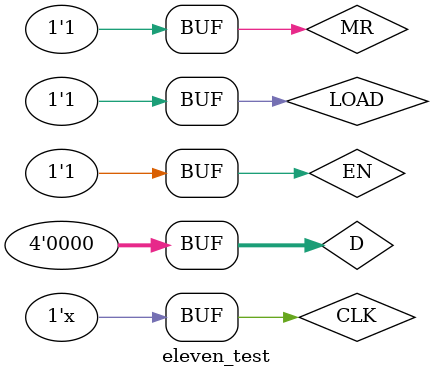
<source format=v>
`timescale 1ns / 1ps


module eleven_test;

	// Inputs
	reg MR;
	reg LOAD;
	reg EN;
	reg CLK;
	reg [3:0] D;

	// Outputs
	wire [3:0] Q;
	wire CO;

	// Instantiate the Unit Under Test (UUT)
	eleven uut (
		.MR(MR), 
		.LOAD(LOAD), 
		.EN(EN), 
		.CLK(CLK), 
		.D(D), 
		.Q(Q), 
		.CO(CO)
	);
always #10 CLK=~CLK;

	initial begin
		// Initialize Inputs
		MR = 0; LOAD = 1; EN = 1; CLK = 0; D = 0;#30;		
		MR = 1; LOAD = 0; EN = 0; D = 4'b1110;#30;
		MR = 1; LOAD = 1; EN = 0; D = 0;#40;
		MR = 1; LOAD = 1; EN = 1; D = 0;#700;

		// Wait 100 ns for global reset to finish
		
        
		// Add stimulus here

	end
      
endmodule


</source>
